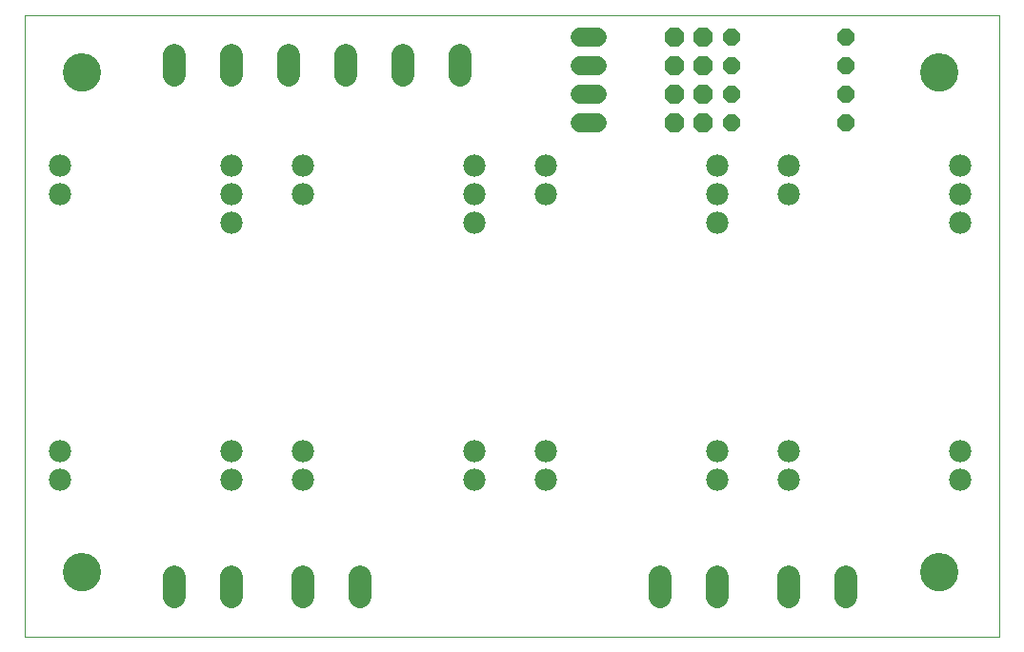
<source format=gbs>
G75*
%MOIN*%
%OFA0B0*%
%FSLAX25Y25*%
%IPPOS*%
%LPD*%
%AMOC8*
5,1,8,0,0,1.08239X$1,22.5*
%
%ADD10C,0.00000*%
%ADD11C,0.07850*%
%ADD12C,0.07800*%
%ADD13OC8,0.06800*%
%ADD14OC8,0.06000*%
%ADD15C,0.06800*%
%ADD16C,0.13398*%
D10*
X0016800Y0001800D02*
X0016800Y0219261D01*
X0358001Y0219261D01*
X0358001Y0001800D01*
X0016800Y0001800D01*
X0030501Y0024300D02*
X0030503Y0024458D01*
X0030509Y0024616D01*
X0030519Y0024774D01*
X0030533Y0024932D01*
X0030551Y0025089D01*
X0030572Y0025246D01*
X0030598Y0025402D01*
X0030628Y0025558D01*
X0030661Y0025713D01*
X0030699Y0025866D01*
X0030740Y0026019D01*
X0030785Y0026171D01*
X0030834Y0026322D01*
X0030887Y0026471D01*
X0030943Y0026619D01*
X0031003Y0026765D01*
X0031067Y0026910D01*
X0031135Y0027053D01*
X0031206Y0027195D01*
X0031280Y0027335D01*
X0031358Y0027472D01*
X0031440Y0027608D01*
X0031524Y0027742D01*
X0031613Y0027873D01*
X0031704Y0028002D01*
X0031799Y0028129D01*
X0031896Y0028254D01*
X0031997Y0028376D01*
X0032101Y0028495D01*
X0032208Y0028612D01*
X0032318Y0028726D01*
X0032431Y0028837D01*
X0032546Y0028946D01*
X0032664Y0029051D01*
X0032785Y0029153D01*
X0032908Y0029253D01*
X0033034Y0029349D01*
X0033162Y0029442D01*
X0033292Y0029532D01*
X0033425Y0029618D01*
X0033560Y0029702D01*
X0033696Y0029781D01*
X0033835Y0029858D01*
X0033976Y0029930D01*
X0034118Y0030000D01*
X0034262Y0030065D01*
X0034408Y0030127D01*
X0034555Y0030185D01*
X0034704Y0030240D01*
X0034854Y0030291D01*
X0035005Y0030338D01*
X0035157Y0030381D01*
X0035310Y0030420D01*
X0035465Y0030456D01*
X0035620Y0030487D01*
X0035776Y0030515D01*
X0035932Y0030539D01*
X0036089Y0030559D01*
X0036247Y0030575D01*
X0036404Y0030587D01*
X0036563Y0030595D01*
X0036721Y0030599D01*
X0036879Y0030599D01*
X0037037Y0030595D01*
X0037196Y0030587D01*
X0037353Y0030575D01*
X0037511Y0030559D01*
X0037668Y0030539D01*
X0037824Y0030515D01*
X0037980Y0030487D01*
X0038135Y0030456D01*
X0038290Y0030420D01*
X0038443Y0030381D01*
X0038595Y0030338D01*
X0038746Y0030291D01*
X0038896Y0030240D01*
X0039045Y0030185D01*
X0039192Y0030127D01*
X0039338Y0030065D01*
X0039482Y0030000D01*
X0039624Y0029930D01*
X0039765Y0029858D01*
X0039904Y0029781D01*
X0040040Y0029702D01*
X0040175Y0029618D01*
X0040308Y0029532D01*
X0040438Y0029442D01*
X0040566Y0029349D01*
X0040692Y0029253D01*
X0040815Y0029153D01*
X0040936Y0029051D01*
X0041054Y0028946D01*
X0041169Y0028837D01*
X0041282Y0028726D01*
X0041392Y0028612D01*
X0041499Y0028495D01*
X0041603Y0028376D01*
X0041704Y0028254D01*
X0041801Y0028129D01*
X0041896Y0028002D01*
X0041987Y0027873D01*
X0042076Y0027742D01*
X0042160Y0027608D01*
X0042242Y0027472D01*
X0042320Y0027335D01*
X0042394Y0027195D01*
X0042465Y0027053D01*
X0042533Y0026910D01*
X0042597Y0026765D01*
X0042657Y0026619D01*
X0042713Y0026471D01*
X0042766Y0026322D01*
X0042815Y0026171D01*
X0042860Y0026019D01*
X0042901Y0025866D01*
X0042939Y0025713D01*
X0042972Y0025558D01*
X0043002Y0025402D01*
X0043028Y0025246D01*
X0043049Y0025089D01*
X0043067Y0024932D01*
X0043081Y0024774D01*
X0043091Y0024616D01*
X0043097Y0024458D01*
X0043099Y0024300D01*
X0043097Y0024142D01*
X0043091Y0023984D01*
X0043081Y0023826D01*
X0043067Y0023668D01*
X0043049Y0023511D01*
X0043028Y0023354D01*
X0043002Y0023198D01*
X0042972Y0023042D01*
X0042939Y0022887D01*
X0042901Y0022734D01*
X0042860Y0022581D01*
X0042815Y0022429D01*
X0042766Y0022278D01*
X0042713Y0022129D01*
X0042657Y0021981D01*
X0042597Y0021835D01*
X0042533Y0021690D01*
X0042465Y0021547D01*
X0042394Y0021405D01*
X0042320Y0021265D01*
X0042242Y0021128D01*
X0042160Y0020992D01*
X0042076Y0020858D01*
X0041987Y0020727D01*
X0041896Y0020598D01*
X0041801Y0020471D01*
X0041704Y0020346D01*
X0041603Y0020224D01*
X0041499Y0020105D01*
X0041392Y0019988D01*
X0041282Y0019874D01*
X0041169Y0019763D01*
X0041054Y0019654D01*
X0040936Y0019549D01*
X0040815Y0019447D01*
X0040692Y0019347D01*
X0040566Y0019251D01*
X0040438Y0019158D01*
X0040308Y0019068D01*
X0040175Y0018982D01*
X0040040Y0018898D01*
X0039904Y0018819D01*
X0039765Y0018742D01*
X0039624Y0018670D01*
X0039482Y0018600D01*
X0039338Y0018535D01*
X0039192Y0018473D01*
X0039045Y0018415D01*
X0038896Y0018360D01*
X0038746Y0018309D01*
X0038595Y0018262D01*
X0038443Y0018219D01*
X0038290Y0018180D01*
X0038135Y0018144D01*
X0037980Y0018113D01*
X0037824Y0018085D01*
X0037668Y0018061D01*
X0037511Y0018041D01*
X0037353Y0018025D01*
X0037196Y0018013D01*
X0037037Y0018005D01*
X0036879Y0018001D01*
X0036721Y0018001D01*
X0036563Y0018005D01*
X0036404Y0018013D01*
X0036247Y0018025D01*
X0036089Y0018041D01*
X0035932Y0018061D01*
X0035776Y0018085D01*
X0035620Y0018113D01*
X0035465Y0018144D01*
X0035310Y0018180D01*
X0035157Y0018219D01*
X0035005Y0018262D01*
X0034854Y0018309D01*
X0034704Y0018360D01*
X0034555Y0018415D01*
X0034408Y0018473D01*
X0034262Y0018535D01*
X0034118Y0018600D01*
X0033976Y0018670D01*
X0033835Y0018742D01*
X0033696Y0018819D01*
X0033560Y0018898D01*
X0033425Y0018982D01*
X0033292Y0019068D01*
X0033162Y0019158D01*
X0033034Y0019251D01*
X0032908Y0019347D01*
X0032785Y0019447D01*
X0032664Y0019549D01*
X0032546Y0019654D01*
X0032431Y0019763D01*
X0032318Y0019874D01*
X0032208Y0019988D01*
X0032101Y0020105D01*
X0031997Y0020224D01*
X0031896Y0020346D01*
X0031799Y0020471D01*
X0031704Y0020598D01*
X0031613Y0020727D01*
X0031524Y0020858D01*
X0031440Y0020992D01*
X0031358Y0021128D01*
X0031280Y0021265D01*
X0031206Y0021405D01*
X0031135Y0021547D01*
X0031067Y0021690D01*
X0031003Y0021835D01*
X0030943Y0021981D01*
X0030887Y0022129D01*
X0030834Y0022278D01*
X0030785Y0022429D01*
X0030740Y0022581D01*
X0030699Y0022734D01*
X0030661Y0022887D01*
X0030628Y0023042D01*
X0030598Y0023198D01*
X0030572Y0023354D01*
X0030551Y0023511D01*
X0030533Y0023668D01*
X0030519Y0023826D01*
X0030509Y0023984D01*
X0030503Y0024142D01*
X0030501Y0024300D01*
X0030501Y0199300D02*
X0030503Y0199458D01*
X0030509Y0199616D01*
X0030519Y0199774D01*
X0030533Y0199932D01*
X0030551Y0200089D01*
X0030572Y0200246D01*
X0030598Y0200402D01*
X0030628Y0200558D01*
X0030661Y0200713D01*
X0030699Y0200866D01*
X0030740Y0201019D01*
X0030785Y0201171D01*
X0030834Y0201322D01*
X0030887Y0201471D01*
X0030943Y0201619D01*
X0031003Y0201765D01*
X0031067Y0201910D01*
X0031135Y0202053D01*
X0031206Y0202195D01*
X0031280Y0202335D01*
X0031358Y0202472D01*
X0031440Y0202608D01*
X0031524Y0202742D01*
X0031613Y0202873D01*
X0031704Y0203002D01*
X0031799Y0203129D01*
X0031896Y0203254D01*
X0031997Y0203376D01*
X0032101Y0203495D01*
X0032208Y0203612D01*
X0032318Y0203726D01*
X0032431Y0203837D01*
X0032546Y0203946D01*
X0032664Y0204051D01*
X0032785Y0204153D01*
X0032908Y0204253D01*
X0033034Y0204349D01*
X0033162Y0204442D01*
X0033292Y0204532D01*
X0033425Y0204618D01*
X0033560Y0204702D01*
X0033696Y0204781D01*
X0033835Y0204858D01*
X0033976Y0204930D01*
X0034118Y0205000D01*
X0034262Y0205065D01*
X0034408Y0205127D01*
X0034555Y0205185D01*
X0034704Y0205240D01*
X0034854Y0205291D01*
X0035005Y0205338D01*
X0035157Y0205381D01*
X0035310Y0205420D01*
X0035465Y0205456D01*
X0035620Y0205487D01*
X0035776Y0205515D01*
X0035932Y0205539D01*
X0036089Y0205559D01*
X0036247Y0205575D01*
X0036404Y0205587D01*
X0036563Y0205595D01*
X0036721Y0205599D01*
X0036879Y0205599D01*
X0037037Y0205595D01*
X0037196Y0205587D01*
X0037353Y0205575D01*
X0037511Y0205559D01*
X0037668Y0205539D01*
X0037824Y0205515D01*
X0037980Y0205487D01*
X0038135Y0205456D01*
X0038290Y0205420D01*
X0038443Y0205381D01*
X0038595Y0205338D01*
X0038746Y0205291D01*
X0038896Y0205240D01*
X0039045Y0205185D01*
X0039192Y0205127D01*
X0039338Y0205065D01*
X0039482Y0205000D01*
X0039624Y0204930D01*
X0039765Y0204858D01*
X0039904Y0204781D01*
X0040040Y0204702D01*
X0040175Y0204618D01*
X0040308Y0204532D01*
X0040438Y0204442D01*
X0040566Y0204349D01*
X0040692Y0204253D01*
X0040815Y0204153D01*
X0040936Y0204051D01*
X0041054Y0203946D01*
X0041169Y0203837D01*
X0041282Y0203726D01*
X0041392Y0203612D01*
X0041499Y0203495D01*
X0041603Y0203376D01*
X0041704Y0203254D01*
X0041801Y0203129D01*
X0041896Y0203002D01*
X0041987Y0202873D01*
X0042076Y0202742D01*
X0042160Y0202608D01*
X0042242Y0202472D01*
X0042320Y0202335D01*
X0042394Y0202195D01*
X0042465Y0202053D01*
X0042533Y0201910D01*
X0042597Y0201765D01*
X0042657Y0201619D01*
X0042713Y0201471D01*
X0042766Y0201322D01*
X0042815Y0201171D01*
X0042860Y0201019D01*
X0042901Y0200866D01*
X0042939Y0200713D01*
X0042972Y0200558D01*
X0043002Y0200402D01*
X0043028Y0200246D01*
X0043049Y0200089D01*
X0043067Y0199932D01*
X0043081Y0199774D01*
X0043091Y0199616D01*
X0043097Y0199458D01*
X0043099Y0199300D01*
X0043097Y0199142D01*
X0043091Y0198984D01*
X0043081Y0198826D01*
X0043067Y0198668D01*
X0043049Y0198511D01*
X0043028Y0198354D01*
X0043002Y0198198D01*
X0042972Y0198042D01*
X0042939Y0197887D01*
X0042901Y0197734D01*
X0042860Y0197581D01*
X0042815Y0197429D01*
X0042766Y0197278D01*
X0042713Y0197129D01*
X0042657Y0196981D01*
X0042597Y0196835D01*
X0042533Y0196690D01*
X0042465Y0196547D01*
X0042394Y0196405D01*
X0042320Y0196265D01*
X0042242Y0196128D01*
X0042160Y0195992D01*
X0042076Y0195858D01*
X0041987Y0195727D01*
X0041896Y0195598D01*
X0041801Y0195471D01*
X0041704Y0195346D01*
X0041603Y0195224D01*
X0041499Y0195105D01*
X0041392Y0194988D01*
X0041282Y0194874D01*
X0041169Y0194763D01*
X0041054Y0194654D01*
X0040936Y0194549D01*
X0040815Y0194447D01*
X0040692Y0194347D01*
X0040566Y0194251D01*
X0040438Y0194158D01*
X0040308Y0194068D01*
X0040175Y0193982D01*
X0040040Y0193898D01*
X0039904Y0193819D01*
X0039765Y0193742D01*
X0039624Y0193670D01*
X0039482Y0193600D01*
X0039338Y0193535D01*
X0039192Y0193473D01*
X0039045Y0193415D01*
X0038896Y0193360D01*
X0038746Y0193309D01*
X0038595Y0193262D01*
X0038443Y0193219D01*
X0038290Y0193180D01*
X0038135Y0193144D01*
X0037980Y0193113D01*
X0037824Y0193085D01*
X0037668Y0193061D01*
X0037511Y0193041D01*
X0037353Y0193025D01*
X0037196Y0193013D01*
X0037037Y0193005D01*
X0036879Y0193001D01*
X0036721Y0193001D01*
X0036563Y0193005D01*
X0036404Y0193013D01*
X0036247Y0193025D01*
X0036089Y0193041D01*
X0035932Y0193061D01*
X0035776Y0193085D01*
X0035620Y0193113D01*
X0035465Y0193144D01*
X0035310Y0193180D01*
X0035157Y0193219D01*
X0035005Y0193262D01*
X0034854Y0193309D01*
X0034704Y0193360D01*
X0034555Y0193415D01*
X0034408Y0193473D01*
X0034262Y0193535D01*
X0034118Y0193600D01*
X0033976Y0193670D01*
X0033835Y0193742D01*
X0033696Y0193819D01*
X0033560Y0193898D01*
X0033425Y0193982D01*
X0033292Y0194068D01*
X0033162Y0194158D01*
X0033034Y0194251D01*
X0032908Y0194347D01*
X0032785Y0194447D01*
X0032664Y0194549D01*
X0032546Y0194654D01*
X0032431Y0194763D01*
X0032318Y0194874D01*
X0032208Y0194988D01*
X0032101Y0195105D01*
X0031997Y0195224D01*
X0031896Y0195346D01*
X0031799Y0195471D01*
X0031704Y0195598D01*
X0031613Y0195727D01*
X0031524Y0195858D01*
X0031440Y0195992D01*
X0031358Y0196128D01*
X0031280Y0196265D01*
X0031206Y0196405D01*
X0031135Y0196547D01*
X0031067Y0196690D01*
X0031003Y0196835D01*
X0030943Y0196981D01*
X0030887Y0197129D01*
X0030834Y0197278D01*
X0030785Y0197429D01*
X0030740Y0197581D01*
X0030699Y0197734D01*
X0030661Y0197887D01*
X0030628Y0198042D01*
X0030598Y0198198D01*
X0030572Y0198354D01*
X0030551Y0198511D01*
X0030533Y0198668D01*
X0030519Y0198826D01*
X0030509Y0198984D01*
X0030503Y0199142D01*
X0030501Y0199300D01*
X0330501Y0199300D02*
X0330503Y0199458D01*
X0330509Y0199616D01*
X0330519Y0199774D01*
X0330533Y0199932D01*
X0330551Y0200089D01*
X0330572Y0200246D01*
X0330598Y0200402D01*
X0330628Y0200558D01*
X0330661Y0200713D01*
X0330699Y0200866D01*
X0330740Y0201019D01*
X0330785Y0201171D01*
X0330834Y0201322D01*
X0330887Y0201471D01*
X0330943Y0201619D01*
X0331003Y0201765D01*
X0331067Y0201910D01*
X0331135Y0202053D01*
X0331206Y0202195D01*
X0331280Y0202335D01*
X0331358Y0202472D01*
X0331440Y0202608D01*
X0331524Y0202742D01*
X0331613Y0202873D01*
X0331704Y0203002D01*
X0331799Y0203129D01*
X0331896Y0203254D01*
X0331997Y0203376D01*
X0332101Y0203495D01*
X0332208Y0203612D01*
X0332318Y0203726D01*
X0332431Y0203837D01*
X0332546Y0203946D01*
X0332664Y0204051D01*
X0332785Y0204153D01*
X0332908Y0204253D01*
X0333034Y0204349D01*
X0333162Y0204442D01*
X0333292Y0204532D01*
X0333425Y0204618D01*
X0333560Y0204702D01*
X0333696Y0204781D01*
X0333835Y0204858D01*
X0333976Y0204930D01*
X0334118Y0205000D01*
X0334262Y0205065D01*
X0334408Y0205127D01*
X0334555Y0205185D01*
X0334704Y0205240D01*
X0334854Y0205291D01*
X0335005Y0205338D01*
X0335157Y0205381D01*
X0335310Y0205420D01*
X0335465Y0205456D01*
X0335620Y0205487D01*
X0335776Y0205515D01*
X0335932Y0205539D01*
X0336089Y0205559D01*
X0336247Y0205575D01*
X0336404Y0205587D01*
X0336563Y0205595D01*
X0336721Y0205599D01*
X0336879Y0205599D01*
X0337037Y0205595D01*
X0337196Y0205587D01*
X0337353Y0205575D01*
X0337511Y0205559D01*
X0337668Y0205539D01*
X0337824Y0205515D01*
X0337980Y0205487D01*
X0338135Y0205456D01*
X0338290Y0205420D01*
X0338443Y0205381D01*
X0338595Y0205338D01*
X0338746Y0205291D01*
X0338896Y0205240D01*
X0339045Y0205185D01*
X0339192Y0205127D01*
X0339338Y0205065D01*
X0339482Y0205000D01*
X0339624Y0204930D01*
X0339765Y0204858D01*
X0339904Y0204781D01*
X0340040Y0204702D01*
X0340175Y0204618D01*
X0340308Y0204532D01*
X0340438Y0204442D01*
X0340566Y0204349D01*
X0340692Y0204253D01*
X0340815Y0204153D01*
X0340936Y0204051D01*
X0341054Y0203946D01*
X0341169Y0203837D01*
X0341282Y0203726D01*
X0341392Y0203612D01*
X0341499Y0203495D01*
X0341603Y0203376D01*
X0341704Y0203254D01*
X0341801Y0203129D01*
X0341896Y0203002D01*
X0341987Y0202873D01*
X0342076Y0202742D01*
X0342160Y0202608D01*
X0342242Y0202472D01*
X0342320Y0202335D01*
X0342394Y0202195D01*
X0342465Y0202053D01*
X0342533Y0201910D01*
X0342597Y0201765D01*
X0342657Y0201619D01*
X0342713Y0201471D01*
X0342766Y0201322D01*
X0342815Y0201171D01*
X0342860Y0201019D01*
X0342901Y0200866D01*
X0342939Y0200713D01*
X0342972Y0200558D01*
X0343002Y0200402D01*
X0343028Y0200246D01*
X0343049Y0200089D01*
X0343067Y0199932D01*
X0343081Y0199774D01*
X0343091Y0199616D01*
X0343097Y0199458D01*
X0343099Y0199300D01*
X0343097Y0199142D01*
X0343091Y0198984D01*
X0343081Y0198826D01*
X0343067Y0198668D01*
X0343049Y0198511D01*
X0343028Y0198354D01*
X0343002Y0198198D01*
X0342972Y0198042D01*
X0342939Y0197887D01*
X0342901Y0197734D01*
X0342860Y0197581D01*
X0342815Y0197429D01*
X0342766Y0197278D01*
X0342713Y0197129D01*
X0342657Y0196981D01*
X0342597Y0196835D01*
X0342533Y0196690D01*
X0342465Y0196547D01*
X0342394Y0196405D01*
X0342320Y0196265D01*
X0342242Y0196128D01*
X0342160Y0195992D01*
X0342076Y0195858D01*
X0341987Y0195727D01*
X0341896Y0195598D01*
X0341801Y0195471D01*
X0341704Y0195346D01*
X0341603Y0195224D01*
X0341499Y0195105D01*
X0341392Y0194988D01*
X0341282Y0194874D01*
X0341169Y0194763D01*
X0341054Y0194654D01*
X0340936Y0194549D01*
X0340815Y0194447D01*
X0340692Y0194347D01*
X0340566Y0194251D01*
X0340438Y0194158D01*
X0340308Y0194068D01*
X0340175Y0193982D01*
X0340040Y0193898D01*
X0339904Y0193819D01*
X0339765Y0193742D01*
X0339624Y0193670D01*
X0339482Y0193600D01*
X0339338Y0193535D01*
X0339192Y0193473D01*
X0339045Y0193415D01*
X0338896Y0193360D01*
X0338746Y0193309D01*
X0338595Y0193262D01*
X0338443Y0193219D01*
X0338290Y0193180D01*
X0338135Y0193144D01*
X0337980Y0193113D01*
X0337824Y0193085D01*
X0337668Y0193061D01*
X0337511Y0193041D01*
X0337353Y0193025D01*
X0337196Y0193013D01*
X0337037Y0193005D01*
X0336879Y0193001D01*
X0336721Y0193001D01*
X0336563Y0193005D01*
X0336404Y0193013D01*
X0336247Y0193025D01*
X0336089Y0193041D01*
X0335932Y0193061D01*
X0335776Y0193085D01*
X0335620Y0193113D01*
X0335465Y0193144D01*
X0335310Y0193180D01*
X0335157Y0193219D01*
X0335005Y0193262D01*
X0334854Y0193309D01*
X0334704Y0193360D01*
X0334555Y0193415D01*
X0334408Y0193473D01*
X0334262Y0193535D01*
X0334118Y0193600D01*
X0333976Y0193670D01*
X0333835Y0193742D01*
X0333696Y0193819D01*
X0333560Y0193898D01*
X0333425Y0193982D01*
X0333292Y0194068D01*
X0333162Y0194158D01*
X0333034Y0194251D01*
X0332908Y0194347D01*
X0332785Y0194447D01*
X0332664Y0194549D01*
X0332546Y0194654D01*
X0332431Y0194763D01*
X0332318Y0194874D01*
X0332208Y0194988D01*
X0332101Y0195105D01*
X0331997Y0195224D01*
X0331896Y0195346D01*
X0331799Y0195471D01*
X0331704Y0195598D01*
X0331613Y0195727D01*
X0331524Y0195858D01*
X0331440Y0195992D01*
X0331358Y0196128D01*
X0331280Y0196265D01*
X0331206Y0196405D01*
X0331135Y0196547D01*
X0331067Y0196690D01*
X0331003Y0196835D01*
X0330943Y0196981D01*
X0330887Y0197129D01*
X0330834Y0197278D01*
X0330785Y0197429D01*
X0330740Y0197581D01*
X0330699Y0197734D01*
X0330661Y0197887D01*
X0330628Y0198042D01*
X0330598Y0198198D01*
X0330572Y0198354D01*
X0330551Y0198511D01*
X0330533Y0198668D01*
X0330519Y0198826D01*
X0330509Y0198984D01*
X0330503Y0199142D01*
X0330501Y0199300D01*
X0330501Y0024300D02*
X0330503Y0024458D01*
X0330509Y0024616D01*
X0330519Y0024774D01*
X0330533Y0024932D01*
X0330551Y0025089D01*
X0330572Y0025246D01*
X0330598Y0025402D01*
X0330628Y0025558D01*
X0330661Y0025713D01*
X0330699Y0025866D01*
X0330740Y0026019D01*
X0330785Y0026171D01*
X0330834Y0026322D01*
X0330887Y0026471D01*
X0330943Y0026619D01*
X0331003Y0026765D01*
X0331067Y0026910D01*
X0331135Y0027053D01*
X0331206Y0027195D01*
X0331280Y0027335D01*
X0331358Y0027472D01*
X0331440Y0027608D01*
X0331524Y0027742D01*
X0331613Y0027873D01*
X0331704Y0028002D01*
X0331799Y0028129D01*
X0331896Y0028254D01*
X0331997Y0028376D01*
X0332101Y0028495D01*
X0332208Y0028612D01*
X0332318Y0028726D01*
X0332431Y0028837D01*
X0332546Y0028946D01*
X0332664Y0029051D01*
X0332785Y0029153D01*
X0332908Y0029253D01*
X0333034Y0029349D01*
X0333162Y0029442D01*
X0333292Y0029532D01*
X0333425Y0029618D01*
X0333560Y0029702D01*
X0333696Y0029781D01*
X0333835Y0029858D01*
X0333976Y0029930D01*
X0334118Y0030000D01*
X0334262Y0030065D01*
X0334408Y0030127D01*
X0334555Y0030185D01*
X0334704Y0030240D01*
X0334854Y0030291D01*
X0335005Y0030338D01*
X0335157Y0030381D01*
X0335310Y0030420D01*
X0335465Y0030456D01*
X0335620Y0030487D01*
X0335776Y0030515D01*
X0335932Y0030539D01*
X0336089Y0030559D01*
X0336247Y0030575D01*
X0336404Y0030587D01*
X0336563Y0030595D01*
X0336721Y0030599D01*
X0336879Y0030599D01*
X0337037Y0030595D01*
X0337196Y0030587D01*
X0337353Y0030575D01*
X0337511Y0030559D01*
X0337668Y0030539D01*
X0337824Y0030515D01*
X0337980Y0030487D01*
X0338135Y0030456D01*
X0338290Y0030420D01*
X0338443Y0030381D01*
X0338595Y0030338D01*
X0338746Y0030291D01*
X0338896Y0030240D01*
X0339045Y0030185D01*
X0339192Y0030127D01*
X0339338Y0030065D01*
X0339482Y0030000D01*
X0339624Y0029930D01*
X0339765Y0029858D01*
X0339904Y0029781D01*
X0340040Y0029702D01*
X0340175Y0029618D01*
X0340308Y0029532D01*
X0340438Y0029442D01*
X0340566Y0029349D01*
X0340692Y0029253D01*
X0340815Y0029153D01*
X0340936Y0029051D01*
X0341054Y0028946D01*
X0341169Y0028837D01*
X0341282Y0028726D01*
X0341392Y0028612D01*
X0341499Y0028495D01*
X0341603Y0028376D01*
X0341704Y0028254D01*
X0341801Y0028129D01*
X0341896Y0028002D01*
X0341987Y0027873D01*
X0342076Y0027742D01*
X0342160Y0027608D01*
X0342242Y0027472D01*
X0342320Y0027335D01*
X0342394Y0027195D01*
X0342465Y0027053D01*
X0342533Y0026910D01*
X0342597Y0026765D01*
X0342657Y0026619D01*
X0342713Y0026471D01*
X0342766Y0026322D01*
X0342815Y0026171D01*
X0342860Y0026019D01*
X0342901Y0025866D01*
X0342939Y0025713D01*
X0342972Y0025558D01*
X0343002Y0025402D01*
X0343028Y0025246D01*
X0343049Y0025089D01*
X0343067Y0024932D01*
X0343081Y0024774D01*
X0343091Y0024616D01*
X0343097Y0024458D01*
X0343099Y0024300D01*
X0343097Y0024142D01*
X0343091Y0023984D01*
X0343081Y0023826D01*
X0343067Y0023668D01*
X0343049Y0023511D01*
X0343028Y0023354D01*
X0343002Y0023198D01*
X0342972Y0023042D01*
X0342939Y0022887D01*
X0342901Y0022734D01*
X0342860Y0022581D01*
X0342815Y0022429D01*
X0342766Y0022278D01*
X0342713Y0022129D01*
X0342657Y0021981D01*
X0342597Y0021835D01*
X0342533Y0021690D01*
X0342465Y0021547D01*
X0342394Y0021405D01*
X0342320Y0021265D01*
X0342242Y0021128D01*
X0342160Y0020992D01*
X0342076Y0020858D01*
X0341987Y0020727D01*
X0341896Y0020598D01*
X0341801Y0020471D01*
X0341704Y0020346D01*
X0341603Y0020224D01*
X0341499Y0020105D01*
X0341392Y0019988D01*
X0341282Y0019874D01*
X0341169Y0019763D01*
X0341054Y0019654D01*
X0340936Y0019549D01*
X0340815Y0019447D01*
X0340692Y0019347D01*
X0340566Y0019251D01*
X0340438Y0019158D01*
X0340308Y0019068D01*
X0340175Y0018982D01*
X0340040Y0018898D01*
X0339904Y0018819D01*
X0339765Y0018742D01*
X0339624Y0018670D01*
X0339482Y0018600D01*
X0339338Y0018535D01*
X0339192Y0018473D01*
X0339045Y0018415D01*
X0338896Y0018360D01*
X0338746Y0018309D01*
X0338595Y0018262D01*
X0338443Y0018219D01*
X0338290Y0018180D01*
X0338135Y0018144D01*
X0337980Y0018113D01*
X0337824Y0018085D01*
X0337668Y0018061D01*
X0337511Y0018041D01*
X0337353Y0018025D01*
X0337196Y0018013D01*
X0337037Y0018005D01*
X0336879Y0018001D01*
X0336721Y0018001D01*
X0336563Y0018005D01*
X0336404Y0018013D01*
X0336247Y0018025D01*
X0336089Y0018041D01*
X0335932Y0018061D01*
X0335776Y0018085D01*
X0335620Y0018113D01*
X0335465Y0018144D01*
X0335310Y0018180D01*
X0335157Y0018219D01*
X0335005Y0018262D01*
X0334854Y0018309D01*
X0334704Y0018360D01*
X0334555Y0018415D01*
X0334408Y0018473D01*
X0334262Y0018535D01*
X0334118Y0018600D01*
X0333976Y0018670D01*
X0333835Y0018742D01*
X0333696Y0018819D01*
X0333560Y0018898D01*
X0333425Y0018982D01*
X0333292Y0019068D01*
X0333162Y0019158D01*
X0333034Y0019251D01*
X0332908Y0019347D01*
X0332785Y0019447D01*
X0332664Y0019549D01*
X0332546Y0019654D01*
X0332431Y0019763D01*
X0332318Y0019874D01*
X0332208Y0019988D01*
X0332101Y0020105D01*
X0331997Y0020224D01*
X0331896Y0020346D01*
X0331799Y0020471D01*
X0331704Y0020598D01*
X0331613Y0020727D01*
X0331524Y0020858D01*
X0331440Y0020992D01*
X0331358Y0021128D01*
X0331280Y0021265D01*
X0331206Y0021405D01*
X0331135Y0021547D01*
X0331067Y0021690D01*
X0331003Y0021835D01*
X0330943Y0021981D01*
X0330887Y0022129D01*
X0330834Y0022278D01*
X0330785Y0022429D01*
X0330740Y0022581D01*
X0330699Y0022734D01*
X0330661Y0022887D01*
X0330628Y0023042D01*
X0330598Y0023198D01*
X0330572Y0023354D01*
X0330551Y0023511D01*
X0330533Y0023668D01*
X0330519Y0023826D01*
X0330509Y0023984D01*
X0330503Y0024142D01*
X0330501Y0024300D01*
D11*
X0304300Y0022825D02*
X0304300Y0015775D01*
X0284300Y0015775D02*
X0284300Y0022825D01*
X0259300Y0022825D02*
X0259300Y0015775D01*
X0239300Y0015775D02*
X0239300Y0022825D01*
X0134300Y0022825D02*
X0134300Y0015775D01*
X0114300Y0015775D02*
X0114300Y0022825D01*
X0089300Y0022825D02*
X0089300Y0015775D01*
X0069300Y0015775D02*
X0069300Y0022825D01*
X0069300Y0198275D02*
X0069300Y0205325D01*
X0089300Y0205325D02*
X0089300Y0198275D01*
X0109300Y0198275D02*
X0109300Y0205325D01*
X0129300Y0205325D02*
X0129300Y0198275D01*
X0149300Y0198275D02*
X0149300Y0205325D01*
X0169300Y0205325D02*
X0169300Y0198275D01*
D12*
X0174300Y0166800D03*
X0174300Y0156800D03*
X0174300Y0146800D03*
X0199300Y0156800D03*
X0199300Y0166800D03*
X0259300Y0166800D03*
X0259300Y0156800D03*
X0259300Y0146800D03*
X0284300Y0156800D03*
X0284300Y0166800D03*
X0344300Y0166800D03*
X0344300Y0156800D03*
X0344300Y0146800D03*
X0344300Y0066800D03*
X0344300Y0056800D03*
X0284300Y0056800D03*
X0284300Y0066800D03*
X0259300Y0066800D03*
X0259300Y0056800D03*
X0199300Y0056800D03*
X0199300Y0066800D03*
X0174300Y0066800D03*
X0174300Y0056800D03*
X0114300Y0056800D03*
X0114300Y0066800D03*
X0089300Y0066800D03*
X0089300Y0056800D03*
X0029300Y0056800D03*
X0029300Y0066800D03*
X0089300Y0146800D03*
X0089300Y0156800D03*
X0089300Y0166800D03*
X0114300Y0166800D03*
X0114300Y0156800D03*
X0029300Y0156800D03*
X0029300Y0166800D03*
D13*
X0244300Y0181800D03*
X0254300Y0181800D03*
X0254300Y0191800D03*
X0244300Y0191800D03*
X0244300Y0201800D03*
X0254300Y0201800D03*
X0254300Y0211800D03*
X0244300Y0211800D03*
D14*
X0264300Y0211800D03*
X0264300Y0201800D03*
X0264300Y0191800D03*
X0264300Y0181800D03*
X0304300Y0181800D03*
X0304300Y0191800D03*
X0304300Y0201800D03*
X0304300Y0211800D03*
D15*
X0217300Y0211800D02*
X0211300Y0211800D01*
X0211300Y0201800D02*
X0217300Y0201800D01*
X0217300Y0191800D02*
X0211300Y0191800D01*
X0211300Y0181800D02*
X0217300Y0181800D01*
D16*
X0336800Y0199300D03*
X0336800Y0024300D03*
X0036800Y0024300D03*
X0036800Y0199300D03*
M02*

</source>
